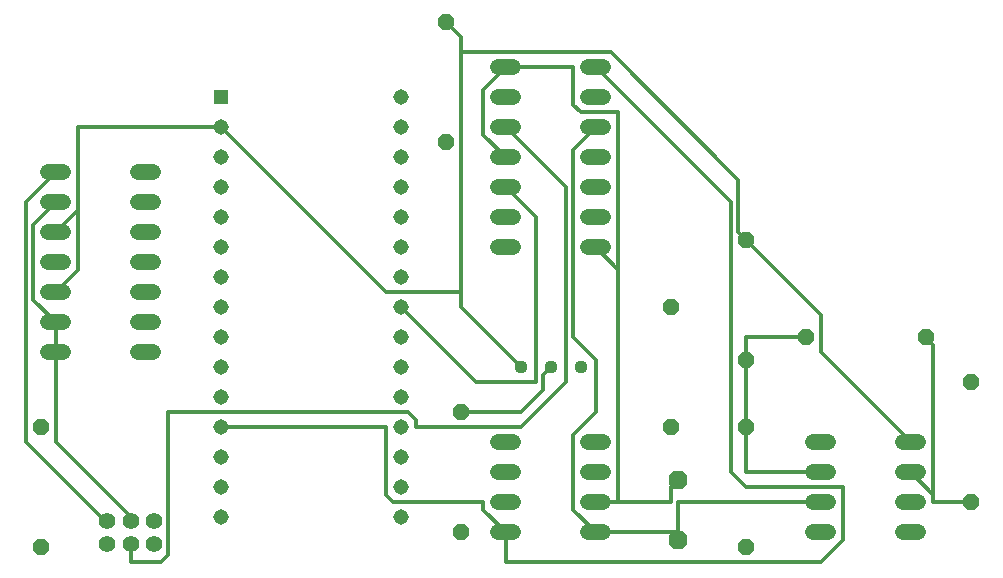
<source format=gbl>
G75*
%MOIN*%
%OFA0B0*%
%FSLAX25Y25*%
%IPPOS*%
%LPD*%
%AMOC8*
5,1,8,0,0,1.08239X$1,22.5*
%
%ADD10R,0.05150X0.05150*%
%ADD11C,0.05150*%
%ADD12OC8,0.06300*%
%ADD13C,0.05200*%
%ADD14OC8,0.05200*%
%ADD15C,0.04400*%
%ADD16C,0.05543*%
%ADD17C,0.01200*%
D10*
X0081800Y0170705D03*
D11*
X0081800Y0160705D03*
X0081800Y0150705D03*
X0081800Y0140705D03*
X0081800Y0130705D03*
X0081800Y0120705D03*
X0081800Y0110705D03*
X0081800Y0100705D03*
X0081800Y0090705D03*
X0081800Y0080705D03*
X0081800Y0070705D03*
X0081800Y0060705D03*
X0081800Y0050705D03*
X0081800Y0040705D03*
X0081800Y0030705D03*
X0141800Y0030705D03*
X0141800Y0040705D03*
X0141800Y0050705D03*
X0141800Y0060705D03*
X0141800Y0070705D03*
X0141800Y0080705D03*
X0141800Y0090705D03*
X0141800Y0100705D03*
X0141800Y0110705D03*
X0141800Y0120705D03*
X0141800Y0130705D03*
X0141800Y0140705D03*
X0141800Y0150705D03*
X0141800Y0160705D03*
X0141800Y0170705D03*
D12*
X0234300Y0043205D03*
X0234300Y0023205D03*
D13*
X0209400Y0025705D02*
X0204200Y0025705D01*
X0204200Y0035705D02*
X0209400Y0035705D01*
X0209400Y0045705D02*
X0204200Y0045705D01*
X0204200Y0055705D02*
X0209400Y0055705D01*
X0179400Y0055705D02*
X0174200Y0055705D01*
X0174200Y0045705D02*
X0179400Y0045705D01*
X0179400Y0035705D02*
X0174200Y0035705D01*
X0174200Y0025705D02*
X0179400Y0025705D01*
X0279200Y0025705D02*
X0284400Y0025705D01*
X0284400Y0035705D02*
X0279200Y0035705D01*
X0279200Y0045705D02*
X0284400Y0045705D01*
X0284400Y0055705D02*
X0279200Y0055705D01*
X0309200Y0055705D02*
X0314400Y0055705D01*
X0314400Y0045705D02*
X0309200Y0045705D01*
X0309200Y0035705D02*
X0314400Y0035705D01*
X0314400Y0025705D02*
X0309200Y0025705D01*
X0209400Y0120705D02*
X0204200Y0120705D01*
X0204200Y0130705D02*
X0209400Y0130705D01*
X0209400Y0140705D02*
X0204200Y0140705D01*
X0204200Y0150705D02*
X0209400Y0150705D01*
X0209400Y0160705D02*
X0204200Y0160705D01*
X0204200Y0170705D02*
X0209400Y0170705D01*
X0209400Y0180705D02*
X0204200Y0180705D01*
X0179400Y0180705D02*
X0174200Y0180705D01*
X0174200Y0170705D02*
X0179400Y0170705D01*
X0179400Y0160705D02*
X0174200Y0160705D01*
X0174200Y0150705D02*
X0179400Y0150705D01*
X0179400Y0140705D02*
X0174200Y0140705D01*
X0174200Y0130705D02*
X0179400Y0130705D01*
X0179400Y0120705D02*
X0174200Y0120705D01*
X0059400Y0125705D02*
X0054200Y0125705D01*
X0054200Y0135705D02*
X0059400Y0135705D01*
X0059400Y0145705D02*
X0054200Y0145705D01*
X0029400Y0145705D02*
X0024200Y0145705D01*
X0024200Y0135705D02*
X0029400Y0135705D01*
X0029400Y0125705D02*
X0024200Y0125705D01*
X0024200Y0115705D02*
X0029400Y0115705D01*
X0029400Y0105705D02*
X0024200Y0105705D01*
X0024200Y0095705D02*
X0029400Y0095705D01*
X0029400Y0085705D02*
X0024200Y0085705D01*
X0054200Y0085705D02*
X0059400Y0085705D01*
X0059400Y0095705D02*
X0054200Y0095705D01*
X0054200Y0105705D02*
X0059400Y0105705D01*
X0059400Y0115705D02*
X0054200Y0115705D01*
D14*
X0021800Y0020705D03*
X0021800Y0060705D03*
X0161800Y0065705D03*
X0161800Y0025705D03*
X0231800Y0060705D03*
X0256800Y0060705D03*
X0256800Y0083205D03*
X0276800Y0090705D03*
X0316800Y0090705D03*
X0331800Y0075705D03*
X0331800Y0035705D03*
X0256800Y0020705D03*
X0231800Y0100705D03*
X0256800Y0123205D03*
X0156800Y0155705D03*
X0156800Y0195705D03*
D15*
X0181800Y0080705D03*
X0191800Y0080705D03*
X0201800Y0080705D03*
D16*
X0059674Y0029642D03*
X0051800Y0029642D03*
X0043926Y0029642D03*
X0043926Y0021768D03*
X0051800Y0021768D03*
X0059674Y0021768D03*
D17*
X0064300Y0018205D02*
X0061800Y0015705D01*
X0051800Y0015705D01*
X0051800Y0021768D01*
X0051800Y0029642D02*
X0051800Y0030705D01*
X0026800Y0055705D01*
X0026800Y0085705D01*
X0026800Y0095705D01*
X0019300Y0103205D01*
X0019300Y0128205D01*
X0026800Y0135705D01*
X0034300Y0133205D02*
X0034300Y0113205D01*
X0026800Y0105705D01*
X0026800Y0125705D02*
X0034300Y0133205D01*
X0034300Y0160705D01*
X0081800Y0160705D01*
X0136800Y0105705D01*
X0161800Y0105705D01*
X0161800Y0100705D01*
X0181800Y0080705D01*
X0186800Y0075705D02*
X0186800Y0130705D01*
X0176800Y0140705D01*
X0176800Y0150705D02*
X0169300Y0158205D01*
X0169300Y0173205D01*
X0176800Y0180705D01*
X0199300Y0180705D01*
X0199300Y0168205D01*
X0201800Y0165705D01*
X0214300Y0165705D01*
X0214300Y0113205D01*
X0214300Y0035705D01*
X0206800Y0035705D01*
X0199300Y0033205D02*
X0206800Y0025705D01*
X0234300Y0025705D01*
X0234300Y0023205D01*
X0234300Y0025705D02*
X0234300Y0035705D01*
X0281800Y0035705D01*
X0289300Y0040705D02*
X0289300Y0023205D01*
X0281800Y0015705D01*
X0176800Y0015705D01*
X0176800Y0025705D01*
X0169300Y0033205D01*
X0169300Y0035705D01*
X0139300Y0035705D01*
X0136800Y0038205D01*
X0136800Y0060705D01*
X0081800Y0060705D01*
X0064300Y0065705D02*
X0064300Y0018205D01*
X0043926Y0029642D02*
X0041800Y0030705D01*
X0016800Y0055705D01*
X0016800Y0135705D01*
X0026800Y0145705D01*
X0141800Y0100705D02*
X0166800Y0075705D01*
X0186800Y0075705D01*
X0189300Y0073205D02*
X0189300Y0078205D01*
X0191800Y0080705D01*
X0196800Y0075705D02*
X0181800Y0060705D01*
X0146800Y0060705D01*
X0146800Y0063205D01*
X0144300Y0065705D01*
X0064300Y0065705D01*
X0161800Y0065705D02*
X0181800Y0065705D01*
X0189300Y0073205D01*
X0196800Y0075705D02*
X0196800Y0140705D01*
X0176800Y0160705D01*
X0199300Y0153205D02*
X0199300Y0090705D01*
X0206800Y0083205D01*
X0206800Y0065705D01*
X0199300Y0058205D01*
X0199300Y0033205D01*
X0214300Y0035705D02*
X0231800Y0035705D01*
X0231800Y0040705D01*
X0234300Y0043205D01*
X0251800Y0045705D02*
X0256800Y0040705D01*
X0289300Y0040705D01*
X0281800Y0045705D02*
X0256800Y0045705D01*
X0256800Y0060705D01*
X0256800Y0083205D01*
X0256800Y0090705D01*
X0276800Y0090705D01*
X0281800Y0085705D02*
X0281800Y0098205D01*
X0256800Y0123205D01*
X0254300Y0125705D01*
X0254300Y0143205D01*
X0211800Y0185705D01*
X0161800Y0185705D01*
X0161800Y0105705D01*
X0206800Y0120705D02*
X0214300Y0113205D01*
X0251800Y0135705D02*
X0251800Y0045705D01*
X0281800Y0085705D02*
X0311800Y0055705D01*
X0311800Y0045705D02*
X0319300Y0038205D01*
X0319300Y0088205D01*
X0316800Y0090705D01*
X0251800Y0135705D02*
X0206800Y0180705D01*
X0206800Y0160705D02*
X0199300Y0153205D01*
X0161800Y0185705D02*
X0161800Y0190705D01*
X0156800Y0195705D01*
X0319300Y0038205D02*
X0319300Y0035705D01*
X0331800Y0035705D01*
M02*

</source>
